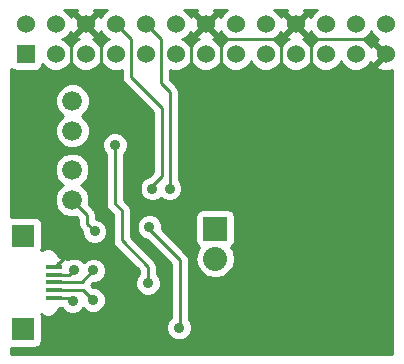
<source format=gbl>
G04 #@! TF.FileFunction,Copper,L2,Bot,Signal*
%FSLAX46Y46*%
G04 Gerber Fmt 4.6, Leading zero omitted, Abs format (unit mm)*
G04 Created by KiCad (PCBNEW 4.0.1-stable) date 7/13/2016 10:57:54 AM*
%MOMM*%
G01*
G04 APERTURE LIST*
%ADD10C,0.150000*%
%ADD11R,1.524000X1.524000*%
%ADD12C,1.524000*%
%ADD13C,1.676400*%
%ADD14R,1.350000X0.400000*%
%ADD15R,1.900000X1.900000*%
%ADD16R,2.032000X2.032000*%
%ADD17O,2.032000X2.032000*%
%ADD18C,0.889000*%
%ADD19C,0.254000*%
G04 APERTURE END LIST*
D10*
D11*
X139905000Y-77445000D03*
D12*
X139905000Y-74905000D03*
X142445000Y-77445000D03*
X142445000Y-74905000D03*
X144985000Y-77445000D03*
X144985000Y-74905000D03*
X147525000Y-77445000D03*
X147525000Y-74905000D03*
X150065000Y-77445000D03*
X150065000Y-74905000D03*
X152605000Y-77445000D03*
X152605000Y-74905000D03*
X155145000Y-77445000D03*
X155145000Y-74905000D03*
X157685000Y-77445000D03*
X157685000Y-74905000D03*
X160225000Y-77445000D03*
X160225000Y-74905000D03*
X162765000Y-77445000D03*
X162765000Y-74905000D03*
X165305000Y-77445000D03*
X165305000Y-74905000D03*
X167845000Y-77445000D03*
X167845000Y-74905000D03*
X170385000Y-77445000D03*
X170385000Y-74905000D03*
D13*
X143842000Y-87224000D03*
X143842000Y-89764000D03*
X143880000Y-81380000D03*
X143880000Y-83920000D03*
D14*
X142330000Y-98040000D03*
X142330000Y-97390000D03*
X142330000Y-96740000D03*
X142330000Y-96090000D03*
X142330000Y-95440000D03*
D15*
X139705000Y-100690000D03*
X139705000Y-92790000D03*
D16*
X155956000Y-92202000D03*
D17*
X155956000Y-94742000D03*
D18*
X150382500Y-92050000D03*
X152908000Y-100584000D03*
X143890000Y-98340000D03*
X145620000Y-98240000D03*
X145650000Y-95740000D03*
X148858500Y-97257000D03*
X143334000Y-102337000D03*
X147652000Y-95860000D03*
X143840000Y-92600000D03*
X141790000Y-91960000D03*
X150636500Y-88811500D03*
X150255500Y-96812500D03*
X147460000Y-85100000D03*
X145747000Y-92431000D03*
X152097000Y-88811500D03*
X143980000Y-95720000D03*
D19*
X150382500Y-92240500D02*
X152986000Y-94844000D01*
X150382500Y-92050000D02*
X150382500Y-92240500D01*
X152908000Y-100584000D02*
X152986000Y-100506000D01*
X152986000Y-100506000D02*
X152986000Y-94844000D01*
X143590000Y-98040000D02*
X143890000Y-98340000D01*
X142330000Y-98040000D02*
X143590000Y-98040000D01*
X145620000Y-98240000D02*
X144770000Y-97390000D01*
X144770000Y-97390000D02*
X142330000Y-97390000D01*
X144650000Y-96740000D02*
X145650000Y-95740000D01*
X142330000Y-96740000D02*
X144650000Y-96740000D01*
X161495000Y-76175000D02*
X156415000Y-76175000D01*
X169242000Y-76175000D02*
X164035000Y-76175000D01*
X146255000Y-78207000D02*
X146255000Y-76175000D01*
X146255000Y-76175000D02*
X144985000Y-74905000D01*
X164035000Y-78334000D02*
X164035000Y-76175000D01*
X164035000Y-76175000D02*
X162765000Y-74905000D01*
X156415000Y-78334000D02*
X156415000Y-76175000D01*
X156415000Y-76175000D02*
X155145000Y-74905000D01*
X143715000Y-78080000D02*
X143715000Y-76175000D01*
X143715000Y-76175000D02*
X144985000Y-74905000D01*
X161495000Y-78461000D02*
X161495000Y-76175000D01*
X161495000Y-76175000D02*
X162765000Y-74905000D01*
X153875000Y-78207000D02*
X153875000Y-76175000D01*
X153875000Y-76175000D02*
X155145000Y-74905000D01*
X143840000Y-93970000D02*
X143840000Y-92600000D01*
X142700000Y-95110000D02*
X143840000Y-93970000D01*
X142690000Y-95110000D02*
X142700000Y-95110000D01*
X142360000Y-95440000D02*
X142690000Y-95110000D01*
X142330000Y-95440000D02*
X142360000Y-95440000D01*
X150636500Y-88811500D02*
X150636500Y-88557500D01*
X148795000Y-76175000D02*
X147525000Y-74905000D01*
X148795000Y-79350000D02*
X148795000Y-76175000D01*
X151462000Y-82017000D02*
X148795000Y-79350000D01*
X151462000Y-87732000D02*
X151462000Y-82017000D01*
X150636500Y-88557500D02*
X151462000Y-87732000D01*
X147461500Y-87680000D02*
X147461500Y-90081500D01*
X150255500Y-95415500D02*
X150255500Y-96812500D01*
X148033000Y-93193000D02*
X150255500Y-95415500D01*
X148033000Y-90653000D02*
X148033000Y-93193000D01*
X147461500Y-90081500D02*
X148033000Y-90653000D01*
X147461500Y-85101500D02*
X147460000Y-85100000D01*
X147461500Y-87680000D02*
X147461500Y-85101500D01*
X145112000Y-91796000D02*
X145112000Y-91034000D01*
X145747000Y-92431000D02*
X145112000Y-91796000D01*
X145112000Y-91034000D02*
X143842000Y-89764000D01*
X150065000Y-74905000D02*
X150089000Y-74905000D01*
X150089000Y-74905000D02*
X151335000Y-76151000D01*
X151335000Y-76151000D02*
X151335000Y-79858000D01*
X151335000Y-79858000D02*
X152097000Y-80620000D01*
X152097000Y-80620000D02*
X152097000Y-88811500D01*
X143610000Y-96090000D02*
X143980000Y-95720000D01*
X142330000Y-96090000D02*
X143610000Y-96090000D01*
G36*
X169199990Y-75695303D02*
X169592630Y-76088629D01*
X169784727Y-76168395D01*
X169653857Y-76222603D01*
X169584392Y-76464787D01*
X170385000Y-77265395D01*
X170399143Y-77251253D01*
X170578748Y-77430858D01*
X170564605Y-77445000D01*
X170578748Y-77459143D01*
X170399143Y-77638748D01*
X170385000Y-77624605D01*
X169584392Y-78425213D01*
X169653857Y-78667397D01*
X170177302Y-78854144D01*
X170732368Y-78826362D01*
X170970000Y-78727931D01*
X170970000Y-102795000D01*
X138685000Y-102795000D01*
X138685000Y-102273265D01*
X138755000Y-102287440D01*
X140655000Y-102287440D01*
X140890317Y-102243162D01*
X141106441Y-102104090D01*
X141251431Y-101891890D01*
X141302440Y-101640000D01*
X141302440Y-99740000D01*
X141258162Y-99504683D01*
X141213952Y-99435979D01*
X141288853Y-99511011D01*
X141623196Y-99649842D01*
X141985216Y-99650158D01*
X142319800Y-99511910D01*
X142576011Y-99256147D01*
X142714842Y-98921804D01*
X142714872Y-98887440D01*
X142948177Y-98887440D01*
X142974311Y-98950689D01*
X143277714Y-99254622D01*
X143674332Y-99419313D01*
X144103784Y-99419687D01*
X144500689Y-99255689D01*
X144804622Y-98952286D01*
X144804948Y-98951502D01*
X145007714Y-99154622D01*
X145404332Y-99319313D01*
X145833784Y-99319687D01*
X146230689Y-99155689D01*
X146534622Y-98852286D01*
X146699313Y-98455668D01*
X146699687Y-98026216D01*
X146535689Y-97629311D01*
X146232286Y-97325378D01*
X145835668Y-97160687D01*
X145618128Y-97160498D01*
X145462630Y-97005000D01*
X145648131Y-96819499D01*
X145863784Y-96819687D01*
X146260689Y-96655689D01*
X146564622Y-96352286D01*
X146729313Y-95955668D01*
X146729687Y-95526216D01*
X146565689Y-95129311D01*
X146262286Y-94825378D01*
X145865668Y-94660687D01*
X145436216Y-94660313D01*
X145039311Y-94824311D01*
X144824875Y-95038373D01*
X144592286Y-94805378D01*
X144195668Y-94640687D01*
X143766216Y-94640313D01*
X143438676Y-94775650D01*
X143364699Y-94701673D01*
X143131310Y-94605000D01*
X142715119Y-94605000D01*
X142715158Y-94559784D01*
X142576910Y-94225200D01*
X142321147Y-93968989D01*
X141986804Y-93830158D01*
X141624784Y-93829842D01*
X141290200Y-93968090D01*
X141219406Y-94038760D01*
X141251431Y-93991890D01*
X141302440Y-93740000D01*
X141302440Y-91840000D01*
X141258162Y-91604683D01*
X141119090Y-91388559D01*
X140906890Y-91243569D01*
X140655000Y-91192560D01*
X138755000Y-91192560D01*
X138685000Y-91205731D01*
X138685000Y-87515752D01*
X142368545Y-87515752D01*
X142592353Y-88057411D01*
X143006409Y-88472190D01*
X143058392Y-88493775D01*
X143008589Y-88514353D01*
X142593810Y-88928409D01*
X142369056Y-89469677D01*
X142368545Y-90055752D01*
X142592353Y-90597411D01*
X143006409Y-91012190D01*
X143547677Y-91236944D01*
X144133752Y-91237455D01*
X144207396Y-91207026D01*
X144350000Y-91349631D01*
X144350000Y-91796000D01*
X144408004Y-92087605D01*
X144526982Y-92265668D01*
X144573185Y-92334815D01*
X144667501Y-92429131D01*
X144667313Y-92644784D01*
X144831311Y-93041689D01*
X145134714Y-93345622D01*
X145531332Y-93510313D01*
X145960784Y-93510687D01*
X146357689Y-93346689D01*
X146661622Y-93043286D01*
X146826313Y-92646668D01*
X146826687Y-92217216D01*
X146662689Y-91820311D01*
X146359286Y-91516378D01*
X145962668Y-91351687D01*
X145874000Y-91351610D01*
X145874000Y-91034000D01*
X145815996Y-90742395D01*
X145756264Y-90653000D01*
X145650815Y-90495184D01*
X145285313Y-90129682D01*
X145314944Y-90058323D01*
X145315455Y-89472248D01*
X145091647Y-88930589D01*
X144677591Y-88515810D01*
X144625608Y-88494225D01*
X144675411Y-88473647D01*
X145090190Y-88059591D01*
X145314944Y-87518323D01*
X145315455Y-86932248D01*
X145091647Y-86390589D01*
X144677591Y-85975810D01*
X144136323Y-85751056D01*
X143550248Y-85750545D01*
X143008589Y-85974353D01*
X142593810Y-86388409D01*
X142369056Y-86929677D01*
X142368545Y-87515752D01*
X138685000Y-87515752D01*
X138685000Y-81671752D01*
X142406545Y-81671752D01*
X142630353Y-82213411D01*
X143044409Y-82628190D01*
X143096392Y-82649775D01*
X143046589Y-82670353D01*
X142631810Y-83084409D01*
X142407056Y-83625677D01*
X142406545Y-84211752D01*
X142630353Y-84753411D01*
X143044409Y-85168190D01*
X143585677Y-85392944D01*
X144171752Y-85393455D01*
X144364571Y-85313784D01*
X146380313Y-85313784D01*
X146544311Y-85710689D01*
X146699500Y-85866149D01*
X146699500Y-90081500D01*
X146757504Y-90373105D01*
X146839075Y-90495184D01*
X146922685Y-90620315D01*
X147271000Y-90968630D01*
X147271000Y-93193000D01*
X147329004Y-93484605D01*
X147389115Y-93574567D01*
X147494185Y-93731815D01*
X149493500Y-95731131D01*
X149493500Y-96047858D01*
X149340878Y-96200214D01*
X149176187Y-96596832D01*
X149175813Y-97026284D01*
X149339811Y-97423189D01*
X149643214Y-97727122D01*
X150039832Y-97891813D01*
X150469284Y-97892187D01*
X150866189Y-97728189D01*
X151170122Y-97424786D01*
X151334813Y-97028168D01*
X151335187Y-96598716D01*
X151171189Y-96201811D01*
X151017500Y-96047854D01*
X151017500Y-95415500D01*
X150959496Y-95123895D01*
X150823402Y-94920216D01*
X150794316Y-94876685D01*
X148795000Y-92877370D01*
X148795000Y-92263784D01*
X149302813Y-92263784D01*
X149466811Y-92660689D01*
X149770214Y-92964622D01*
X150166832Y-93129313D01*
X150193706Y-93129336D01*
X152224000Y-95159630D01*
X152224000Y-99741494D01*
X151993378Y-99971714D01*
X151828687Y-100368332D01*
X151828313Y-100797784D01*
X151992311Y-101194689D01*
X152295714Y-101498622D01*
X152692332Y-101663313D01*
X153121784Y-101663687D01*
X153518689Y-101499689D01*
X153822622Y-101196286D01*
X153987313Y-100799668D01*
X153987687Y-100370216D01*
X153823689Y-99973311D01*
X153748000Y-99897490D01*
X153748000Y-94844000D01*
X153727711Y-94742000D01*
X154272655Y-94742000D01*
X154398330Y-95373810D01*
X154756222Y-95909433D01*
X155291845Y-96267325D01*
X155923655Y-96393000D01*
X155988345Y-96393000D01*
X156620155Y-96267325D01*
X157155778Y-95909433D01*
X157513670Y-95373810D01*
X157639345Y-94742000D01*
X157513670Y-94110190D01*
X157286501Y-93770208D01*
X157423441Y-93682090D01*
X157568431Y-93469890D01*
X157619440Y-93218000D01*
X157619440Y-91186000D01*
X157575162Y-90950683D01*
X157436090Y-90734559D01*
X157223890Y-90589569D01*
X156972000Y-90538560D01*
X154940000Y-90538560D01*
X154704683Y-90582838D01*
X154488559Y-90721910D01*
X154343569Y-90934110D01*
X154292560Y-91186000D01*
X154292560Y-93218000D01*
X154336838Y-93453317D01*
X154475910Y-93669441D01*
X154624837Y-93771198D01*
X154398330Y-94110190D01*
X154272655Y-94742000D01*
X153727711Y-94742000D01*
X153689996Y-94552395D01*
X153524815Y-94305185D01*
X151461833Y-92242203D01*
X151462187Y-91836216D01*
X151298189Y-91439311D01*
X150994786Y-91135378D01*
X150598168Y-90970687D01*
X150168716Y-90970313D01*
X149771811Y-91134311D01*
X149467878Y-91437714D01*
X149303187Y-91834332D01*
X149302813Y-92263784D01*
X148795000Y-92263784D01*
X148795000Y-90653000D01*
X148736996Y-90361395D01*
X148571815Y-90114185D01*
X148223500Y-89765870D01*
X148223500Y-85863144D01*
X148374622Y-85712286D01*
X148539313Y-85315668D01*
X148539687Y-84886216D01*
X148375689Y-84489311D01*
X148072286Y-84185378D01*
X147675668Y-84020687D01*
X147246216Y-84020313D01*
X146849311Y-84184311D01*
X146545378Y-84487714D01*
X146380687Y-84884332D01*
X146380313Y-85313784D01*
X144364571Y-85313784D01*
X144713411Y-85169647D01*
X145128190Y-84755591D01*
X145352944Y-84214323D01*
X145353455Y-83628248D01*
X145129647Y-83086589D01*
X144715591Y-82671810D01*
X144663608Y-82650225D01*
X144713411Y-82629647D01*
X145128190Y-82215591D01*
X145352944Y-81674323D01*
X145353455Y-81088248D01*
X145129647Y-80546589D01*
X144715591Y-80131810D01*
X144174323Y-79907056D01*
X143588248Y-79906545D01*
X143046589Y-80130353D01*
X142631810Y-80544409D01*
X142407056Y-81085677D01*
X142406545Y-81671752D01*
X138685000Y-81671752D01*
X138685000Y-78662602D01*
X138891110Y-78803431D01*
X139143000Y-78854440D01*
X140667000Y-78854440D01*
X140902317Y-78810162D01*
X141118441Y-78671090D01*
X141263431Y-78458890D01*
X141300492Y-78275876D01*
X141652630Y-78628629D01*
X142165900Y-78841757D01*
X142721661Y-78842242D01*
X143235303Y-78630010D01*
X143628629Y-78237370D01*
X143714949Y-78029488D01*
X143799990Y-78235303D01*
X144192630Y-78628629D01*
X144705900Y-78841757D01*
X145261661Y-78842242D01*
X145775303Y-78630010D01*
X146168629Y-78237370D01*
X146254949Y-78029488D01*
X146339990Y-78235303D01*
X146732630Y-78628629D01*
X147245900Y-78841757D01*
X147801661Y-78842242D01*
X148033000Y-78746655D01*
X148033000Y-79350000D01*
X148091004Y-79641605D01*
X148235595Y-79858000D01*
X148256185Y-79888815D01*
X150700000Y-82332631D01*
X150700000Y-87416369D01*
X150357687Y-87758682D01*
X150025811Y-87895811D01*
X149721878Y-88199214D01*
X149557187Y-88595832D01*
X149556813Y-89025284D01*
X149720811Y-89422189D01*
X150024214Y-89726122D01*
X150420832Y-89890813D01*
X150850284Y-89891187D01*
X151247189Y-89727189D01*
X151366692Y-89607894D01*
X151484714Y-89726122D01*
X151881332Y-89890813D01*
X152310784Y-89891187D01*
X152707689Y-89727189D01*
X153011622Y-89423786D01*
X153176313Y-89027168D01*
X153176687Y-88597716D01*
X153012689Y-88200811D01*
X152859000Y-88046854D01*
X152859000Y-80620000D01*
X152800996Y-80328395D01*
X152681532Y-80149605D01*
X152635816Y-80081185D01*
X152097000Y-79542370D01*
X152097000Y-78746710D01*
X152325900Y-78841757D01*
X152881661Y-78842242D01*
X153395303Y-78630010D01*
X153788629Y-78237370D01*
X153874949Y-78029488D01*
X153959990Y-78235303D01*
X154352630Y-78628629D01*
X154865900Y-78841757D01*
X155421661Y-78842242D01*
X155935303Y-78630010D01*
X156328629Y-78237370D01*
X156414949Y-78029488D01*
X156499990Y-78235303D01*
X156892630Y-78628629D01*
X157405900Y-78841757D01*
X157961661Y-78842242D01*
X158475303Y-78630010D01*
X158868629Y-78237370D01*
X158954949Y-78029488D01*
X159039990Y-78235303D01*
X159432630Y-78628629D01*
X159945900Y-78841757D01*
X160501661Y-78842242D01*
X161015303Y-78630010D01*
X161408629Y-78237370D01*
X161494949Y-78029488D01*
X161579990Y-78235303D01*
X161972630Y-78628629D01*
X162485900Y-78841757D01*
X163041661Y-78842242D01*
X163555303Y-78630010D01*
X163948629Y-78237370D01*
X164034949Y-78029488D01*
X164119990Y-78235303D01*
X164512630Y-78628629D01*
X165025900Y-78841757D01*
X165581661Y-78842242D01*
X166095303Y-78630010D01*
X166488629Y-78237370D01*
X166574949Y-78029488D01*
X166659990Y-78235303D01*
X167052630Y-78628629D01*
X167565900Y-78841757D01*
X168121661Y-78842242D01*
X168635303Y-78630010D01*
X169028629Y-78237370D01*
X169108395Y-78045273D01*
X169162603Y-78176143D01*
X169404787Y-78245608D01*
X170205395Y-77445000D01*
X169404787Y-76644392D01*
X169162603Y-76713857D01*
X169112491Y-76854318D01*
X169030010Y-76654697D01*
X168637370Y-76261371D01*
X168429488Y-76175051D01*
X168635303Y-76090010D01*
X169028629Y-75697370D01*
X169114949Y-75489488D01*
X169199990Y-75695303D01*
X169199990Y-75695303D01*
G37*
X169199990Y-75695303D02*
X169592630Y-76088629D01*
X169784727Y-76168395D01*
X169653857Y-76222603D01*
X169584392Y-76464787D01*
X170385000Y-77265395D01*
X170399143Y-77251253D01*
X170578748Y-77430858D01*
X170564605Y-77445000D01*
X170578748Y-77459143D01*
X170399143Y-77638748D01*
X170385000Y-77624605D01*
X169584392Y-78425213D01*
X169653857Y-78667397D01*
X170177302Y-78854144D01*
X170732368Y-78826362D01*
X170970000Y-78727931D01*
X170970000Y-102795000D01*
X138685000Y-102795000D01*
X138685000Y-102273265D01*
X138755000Y-102287440D01*
X140655000Y-102287440D01*
X140890317Y-102243162D01*
X141106441Y-102104090D01*
X141251431Y-101891890D01*
X141302440Y-101640000D01*
X141302440Y-99740000D01*
X141258162Y-99504683D01*
X141213952Y-99435979D01*
X141288853Y-99511011D01*
X141623196Y-99649842D01*
X141985216Y-99650158D01*
X142319800Y-99511910D01*
X142576011Y-99256147D01*
X142714842Y-98921804D01*
X142714872Y-98887440D01*
X142948177Y-98887440D01*
X142974311Y-98950689D01*
X143277714Y-99254622D01*
X143674332Y-99419313D01*
X144103784Y-99419687D01*
X144500689Y-99255689D01*
X144804622Y-98952286D01*
X144804948Y-98951502D01*
X145007714Y-99154622D01*
X145404332Y-99319313D01*
X145833784Y-99319687D01*
X146230689Y-99155689D01*
X146534622Y-98852286D01*
X146699313Y-98455668D01*
X146699687Y-98026216D01*
X146535689Y-97629311D01*
X146232286Y-97325378D01*
X145835668Y-97160687D01*
X145618128Y-97160498D01*
X145462630Y-97005000D01*
X145648131Y-96819499D01*
X145863784Y-96819687D01*
X146260689Y-96655689D01*
X146564622Y-96352286D01*
X146729313Y-95955668D01*
X146729687Y-95526216D01*
X146565689Y-95129311D01*
X146262286Y-94825378D01*
X145865668Y-94660687D01*
X145436216Y-94660313D01*
X145039311Y-94824311D01*
X144824875Y-95038373D01*
X144592286Y-94805378D01*
X144195668Y-94640687D01*
X143766216Y-94640313D01*
X143438676Y-94775650D01*
X143364699Y-94701673D01*
X143131310Y-94605000D01*
X142715119Y-94605000D01*
X142715158Y-94559784D01*
X142576910Y-94225200D01*
X142321147Y-93968989D01*
X141986804Y-93830158D01*
X141624784Y-93829842D01*
X141290200Y-93968090D01*
X141219406Y-94038760D01*
X141251431Y-93991890D01*
X141302440Y-93740000D01*
X141302440Y-91840000D01*
X141258162Y-91604683D01*
X141119090Y-91388559D01*
X140906890Y-91243569D01*
X140655000Y-91192560D01*
X138755000Y-91192560D01*
X138685000Y-91205731D01*
X138685000Y-87515752D01*
X142368545Y-87515752D01*
X142592353Y-88057411D01*
X143006409Y-88472190D01*
X143058392Y-88493775D01*
X143008589Y-88514353D01*
X142593810Y-88928409D01*
X142369056Y-89469677D01*
X142368545Y-90055752D01*
X142592353Y-90597411D01*
X143006409Y-91012190D01*
X143547677Y-91236944D01*
X144133752Y-91237455D01*
X144207396Y-91207026D01*
X144350000Y-91349631D01*
X144350000Y-91796000D01*
X144408004Y-92087605D01*
X144526982Y-92265668D01*
X144573185Y-92334815D01*
X144667501Y-92429131D01*
X144667313Y-92644784D01*
X144831311Y-93041689D01*
X145134714Y-93345622D01*
X145531332Y-93510313D01*
X145960784Y-93510687D01*
X146357689Y-93346689D01*
X146661622Y-93043286D01*
X146826313Y-92646668D01*
X146826687Y-92217216D01*
X146662689Y-91820311D01*
X146359286Y-91516378D01*
X145962668Y-91351687D01*
X145874000Y-91351610D01*
X145874000Y-91034000D01*
X145815996Y-90742395D01*
X145756264Y-90653000D01*
X145650815Y-90495184D01*
X145285313Y-90129682D01*
X145314944Y-90058323D01*
X145315455Y-89472248D01*
X145091647Y-88930589D01*
X144677591Y-88515810D01*
X144625608Y-88494225D01*
X144675411Y-88473647D01*
X145090190Y-88059591D01*
X145314944Y-87518323D01*
X145315455Y-86932248D01*
X145091647Y-86390589D01*
X144677591Y-85975810D01*
X144136323Y-85751056D01*
X143550248Y-85750545D01*
X143008589Y-85974353D01*
X142593810Y-86388409D01*
X142369056Y-86929677D01*
X142368545Y-87515752D01*
X138685000Y-87515752D01*
X138685000Y-81671752D01*
X142406545Y-81671752D01*
X142630353Y-82213411D01*
X143044409Y-82628190D01*
X143096392Y-82649775D01*
X143046589Y-82670353D01*
X142631810Y-83084409D01*
X142407056Y-83625677D01*
X142406545Y-84211752D01*
X142630353Y-84753411D01*
X143044409Y-85168190D01*
X143585677Y-85392944D01*
X144171752Y-85393455D01*
X144364571Y-85313784D01*
X146380313Y-85313784D01*
X146544311Y-85710689D01*
X146699500Y-85866149D01*
X146699500Y-90081500D01*
X146757504Y-90373105D01*
X146839075Y-90495184D01*
X146922685Y-90620315D01*
X147271000Y-90968630D01*
X147271000Y-93193000D01*
X147329004Y-93484605D01*
X147389115Y-93574567D01*
X147494185Y-93731815D01*
X149493500Y-95731131D01*
X149493500Y-96047858D01*
X149340878Y-96200214D01*
X149176187Y-96596832D01*
X149175813Y-97026284D01*
X149339811Y-97423189D01*
X149643214Y-97727122D01*
X150039832Y-97891813D01*
X150469284Y-97892187D01*
X150866189Y-97728189D01*
X151170122Y-97424786D01*
X151334813Y-97028168D01*
X151335187Y-96598716D01*
X151171189Y-96201811D01*
X151017500Y-96047854D01*
X151017500Y-95415500D01*
X150959496Y-95123895D01*
X150823402Y-94920216D01*
X150794316Y-94876685D01*
X148795000Y-92877370D01*
X148795000Y-92263784D01*
X149302813Y-92263784D01*
X149466811Y-92660689D01*
X149770214Y-92964622D01*
X150166832Y-93129313D01*
X150193706Y-93129336D01*
X152224000Y-95159630D01*
X152224000Y-99741494D01*
X151993378Y-99971714D01*
X151828687Y-100368332D01*
X151828313Y-100797784D01*
X151992311Y-101194689D01*
X152295714Y-101498622D01*
X152692332Y-101663313D01*
X153121784Y-101663687D01*
X153518689Y-101499689D01*
X153822622Y-101196286D01*
X153987313Y-100799668D01*
X153987687Y-100370216D01*
X153823689Y-99973311D01*
X153748000Y-99897490D01*
X153748000Y-94844000D01*
X153727711Y-94742000D01*
X154272655Y-94742000D01*
X154398330Y-95373810D01*
X154756222Y-95909433D01*
X155291845Y-96267325D01*
X155923655Y-96393000D01*
X155988345Y-96393000D01*
X156620155Y-96267325D01*
X157155778Y-95909433D01*
X157513670Y-95373810D01*
X157639345Y-94742000D01*
X157513670Y-94110190D01*
X157286501Y-93770208D01*
X157423441Y-93682090D01*
X157568431Y-93469890D01*
X157619440Y-93218000D01*
X157619440Y-91186000D01*
X157575162Y-90950683D01*
X157436090Y-90734559D01*
X157223890Y-90589569D01*
X156972000Y-90538560D01*
X154940000Y-90538560D01*
X154704683Y-90582838D01*
X154488559Y-90721910D01*
X154343569Y-90934110D01*
X154292560Y-91186000D01*
X154292560Y-93218000D01*
X154336838Y-93453317D01*
X154475910Y-93669441D01*
X154624837Y-93771198D01*
X154398330Y-94110190D01*
X154272655Y-94742000D01*
X153727711Y-94742000D01*
X153689996Y-94552395D01*
X153524815Y-94305185D01*
X151461833Y-92242203D01*
X151462187Y-91836216D01*
X151298189Y-91439311D01*
X150994786Y-91135378D01*
X150598168Y-90970687D01*
X150168716Y-90970313D01*
X149771811Y-91134311D01*
X149467878Y-91437714D01*
X149303187Y-91834332D01*
X149302813Y-92263784D01*
X148795000Y-92263784D01*
X148795000Y-90653000D01*
X148736996Y-90361395D01*
X148571815Y-90114185D01*
X148223500Y-89765870D01*
X148223500Y-85863144D01*
X148374622Y-85712286D01*
X148539313Y-85315668D01*
X148539687Y-84886216D01*
X148375689Y-84489311D01*
X148072286Y-84185378D01*
X147675668Y-84020687D01*
X147246216Y-84020313D01*
X146849311Y-84184311D01*
X146545378Y-84487714D01*
X146380687Y-84884332D01*
X146380313Y-85313784D01*
X144364571Y-85313784D01*
X144713411Y-85169647D01*
X145128190Y-84755591D01*
X145352944Y-84214323D01*
X145353455Y-83628248D01*
X145129647Y-83086589D01*
X144715591Y-82671810D01*
X144663608Y-82650225D01*
X144713411Y-82629647D01*
X145128190Y-82215591D01*
X145352944Y-81674323D01*
X145353455Y-81088248D01*
X145129647Y-80546589D01*
X144715591Y-80131810D01*
X144174323Y-79907056D01*
X143588248Y-79906545D01*
X143046589Y-80130353D01*
X142631810Y-80544409D01*
X142407056Y-81085677D01*
X142406545Y-81671752D01*
X138685000Y-81671752D01*
X138685000Y-78662602D01*
X138891110Y-78803431D01*
X139143000Y-78854440D01*
X140667000Y-78854440D01*
X140902317Y-78810162D01*
X141118441Y-78671090D01*
X141263431Y-78458890D01*
X141300492Y-78275876D01*
X141652630Y-78628629D01*
X142165900Y-78841757D01*
X142721661Y-78842242D01*
X143235303Y-78630010D01*
X143628629Y-78237370D01*
X143714949Y-78029488D01*
X143799990Y-78235303D01*
X144192630Y-78628629D01*
X144705900Y-78841757D01*
X145261661Y-78842242D01*
X145775303Y-78630010D01*
X146168629Y-78237370D01*
X146254949Y-78029488D01*
X146339990Y-78235303D01*
X146732630Y-78628629D01*
X147245900Y-78841757D01*
X147801661Y-78842242D01*
X148033000Y-78746655D01*
X148033000Y-79350000D01*
X148091004Y-79641605D01*
X148235595Y-79858000D01*
X148256185Y-79888815D01*
X150700000Y-82332631D01*
X150700000Y-87416369D01*
X150357687Y-87758682D01*
X150025811Y-87895811D01*
X149721878Y-88199214D01*
X149557187Y-88595832D01*
X149556813Y-89025284D01*
X149720811Y-89422189D01*
X150024214Y-89726122D01*
X150420832Y-89890813D01*
X150850284Y-89891187D01*
X151247189Y-89727189D01*
X151366692Y-89607894D01*
X151484714Y-89726122D01*
X151881332Y-89890813D01*
X152310784Y-89891187D01*
X152707689Y-89727189D01*
X153011622Y-89423786D01*
X153176313Y-89027168D01*
X153176687Y-88597716D01*
X153012689Y-88200811D01*
X152859000Y-88046854D01*
X152859000Y-80620000D01*
X152800996Y-80328395D01*
X152681532Y-80149605D01*
X152635816Y-80081185D01*
X152097000Y-79542370D01*
X152097000Y-78746710D01*
X152325900Y-78841757D01*
X152881661Y-78842242D01*
X153395303Y-78630010D01*
X153788629Y-78237370D01*
X153874949Y-78029488D01*
X153959990Y-78235303D01*
X154352630Y-78628629D01*
X154865900Y-78841757D01*
X155421661Y-78842242D01*
X155935303Y-78630010D01*
X156328629Y-78237370D01*
X156414949Y-78029488D01*
X156499990Y-78235303D01*
X156892630Y-78628629D01*
X157405900Y-78841757D01*
X157961661Y-78842242D01*
X158475303Y-78630010D01*
X158868629Y-78237370D01*
X158954949Y-78029488D01*
X159039990Y-78235303D01*
X159432630Y-78628629D01*
X159945900Y-78841757D01*
X160501661Y-78842242D01*
X161015303Y-78630010D01*
X161408629Y-78237370D01*
X161494949Y-78029488D01*
X161579990Y-78235303D01*
X161972630Y-78628629D01*
X162485900Y-78841757D01*
X163041661Y-78842242D01*
X163555303Y-78630010D01*
X163948629Y-78237370D01*
X164034949Y-78029488D01*
X164119990Y-78235303D01*
X164512630Y-78628629D01*
X165025900Y-78841757D01*
X165581661Y-78842242D01*
X166095303Y-78630010D01*
X166488629Y-78237370D01*
X166574949Y-78029488D01*
X166659990Y-78235303D01*
X167052630Y-78628629D01*
X167565900Y-78841757D01*
X168121661Y-78842242D01*
X168635303Y-78630010D01*
X169028629Y-78237370D01*
X169108395Y-78045273D01*
X169162603Y-78176143D01*
X169404787Y-78245608D01*
X170205395Y-77445000D01*
X169404787Y-76644392D01*
X169162603Y-76713857D01*
X169112491Y-76854318D01*
X169030010Y-76654697D01*
X168637370Y-76261371D01*
X168429488Y-76175051D01*
X168635303Y-76090010D01*
X169028629Y-75697370D01*
X169114949Y-75489488D01*
X169199990Y-75695303D01*
G36*
X150258748Y-77430858D02*
X150244605Y-77445000D01*
X150258748Y-77459143D01*
X150079143Y-77638748D01*
X150065000Y-77624605D01*
X150050858Y-77638748D01*
X149871253Y-77459143D01*
X149885395Y-77445000D01*
X149871253Y-77430858D01*
X150050858Y-77251253D01*
X150065000Y-77265395D01*
X150079143Y-77251253D01*
X150258748Y-77430858D01*
X150258748Y-77430858D01*
G37*
X150258748Y-77430858D02*
X150244605Y-77445000D01*
X150258748Y-77459143D01*
X150079143Y-77638748D01*
X150065000Y-77624605D01*
X150050858Y-77638748D01*
X149871253Y-77459143D01*
X149885395Y-77445000D01*
X149871253Y-77430858D01*
X150050858Y-77251253D01*
X150065000Y-77265395D01*
X150079143Y-77251253D01*
X150258748Y-77430858D01*
G36*
X161964392Y-73924787D02*
X162765000Y-74725395D01*
X163565608Y-73924787D01*
X163496831Y-73685000D01*
X164599379Y-73685000D01*
X164514697Y-73719990D01*
X164121371Y-74112630D01*
X164041605Y-74304727D01*
X163987397Y-74173857D01*
X163745213Y-74104392D01*
X162944605Y-74905000D01*
X163745213Y-75705608D01*
X163987397Y-75636143D01*
X164037509Y-75495682D01*
X164119990Y-75695303D01*
X164512630Y-76088629D01*
X164720512Y-76174949D01*
X164514697Y-76259990D01*
X164121371Y-76652630D01*
X164035051Y-76860512D01*
X163950010Y-76654697D01*
X163557370Y-76261371D01*
X163365273Y-76181605D01*
X163496143Y-76127397D01*
X163565608Y-75885213D01*
X162765000Y-75084605D01*
X161964392Y-75885213D01*
X162033857Y-76127397D01*
X162174318Y-76177509D01*
X161974697Y-76259990D01*
X161581371Y-76652630D01*
X161495051Y-76860512D01*
X161410010Y-76654697D01*
X161017370Y-76261371D01*
X160809488Y-76175051D01*
X161015303Y-76090010D01*
X161408629Y-75697370D01*
X161488395Y-75505273D01*
X161542603Y-75636143D01*
X161784787Y-75705608D01*
X162585395Y-74905000D01*
X161784787Y-74104392D01*
X161542603Y-74173857D01*
X161492491Y-74314318D01*
X161410010Y-74114697D01*
X161017370Y-73721371D01*
X160929779Y-73685000D01*
X162033169Y-73685000D01*
X161964392Y-73924787D01*
X161964392Y-73924787D01*
G37*
X161964392Y-73924787D02*
X162765000Y-74725395D01*
X163565608Y-73924787D01*
X163496831Y-73685000D01*
X164599379Y-73685000D01*
X164514697Y-73719990D01*
X164121371Y-74112630D01*
X164041605Y-74304727D01*
X163987397Y-74173857D01*
X163745213Y-74104392D01*
X162944605Y-74905000D01*
X163745213Y-75705608D01*
X163987397Y-75636143D01*
X164037509Y-75495682D01*
X164119990Y-75695303D01*
X164512630Y-76088629D01*
X164720512Y-76174949D01*
X164514697Y-76259990D01*
X164121371Y-76652630D01*
X164035051Y-76860512D01*
X163950010Y-76654697D01*
X163557370Y-76261371D01*
X163365273Y-76181605D01*
X163496143Y-76127397D01*
X163565608Y-75885213D01*
X162765000Y-75084605D01*
X161964392Y-75885213D01*
X162033857Y-76127397D01*
X162174318Y-76177509D01*
X161974697Y-76259990D01*
X161581371Y-76652630D01*
X161495051Y-76860512D01*
X161410010Y-76654697D01*
X161017370Y-76261371D01*
X160809488Y-76175051D01*
X161015303Y-76090010D01*
X161408629Y-75697370D01*
X161488395Y-75505273D01*
X161542603Y-75636143D01*
X161784787Y-75705608D01*
X162585395Y-74905000D01*
X161784787Y-74104392D01*
X161542603Y-74173857D01*
X161492491Y-74314318D01*
X161410010Y-74114697D01*
X161017370Y-73721371D01*
X160929779Y-73685000D01*
X162033169Y-73685000D01*
X161964392Y-73924787D01*
G36*
X154344392Y-73924787D02*
X155145000Y-74725395D01*
X155945608Y-73924787D01*
X155876831Y-73685000D01*
X156979379Y-73685000D01*
X156894697Y-73719990D01*
X156501371Y-74112630D01*
X156421605Y-74304727D01*
X156367397Y-74173857D01*
X156125213Y-74104392D01*
X155324605Y-74905000D01*
X156125213Y-75705608D01*
X156367397Y-75636143D01*
X156417509Y-75495682D01*
X156499990Y-75695303D01*
X156892630Y-76088629D01*
X157100512Y-76174949D01*
X156894697Y-76259990D01*
X156501371Y-76652630D01*
X156415051Y-76860512D01*
X156330010Y-76654697D01*
X155937370Y-76261371D01*
X155745273Y-76181605D01*
X155876143Y-76127397D01*
X155945608Y-75885213D01*
X155145000Y-75084605D01*
X154344392Y-75885213D01*
X154413857Y-76127397D01*
X154554318Y-76177509D01*
X154354697Y-76259990D01*
X153961371Y-76652630D01*
X153875051Y-76860512D01*
X153790010Y-76654697D01*
X153397370Y-76261371D01*
X153189488Y-76175051D01*
X153395303Y-76090010D01*
X153788629Y-75697370D01*
X153868395Y-75505273D01*
X153922603Y-75636143D01*
X154164787Y-75705608D01*
X154965395Y-74905000D01*
X154164787Y-74104392D01*
X153922603Y-74173857D01*
X153872491Y-74314318D01*
X153790010Y-74114697D01*
X153397370Y-73721371D01*
X153309779Y-73685000D01*
X154413169Y-73685000D01*
X154344392Y-73924787D01*
X154344392Y-73924787D01*
G37*
X154344392Y-73924787D02*
X155145000Y-74725395D01*
X155945608Y-73924787D01*
X155876831Y-73685000D01*
X156979379Y-73685000D01*
X156894697Y-73719990D01*
X156501371Y-74112630D01*
X156421605Y-74304727D01*
X156367397Y-74173857D01*
X156125213Y-74104392D01*
X155324605Y-74905000D01*
X156125213Y-75705608D01*
X156367397Y-75636143D01*
X156417509Y-75495682D01*
X156499990Y-75695303D01*
X156892630Y-76088629D01*
X157100512Y-76174949D01*
X156894697Y-76259990D01*
X156501371Y-76652630D01*
X156415051Y-76860512D01*
X156330010Y-76654697D01*
X155937370Y-76261371D01*
X155745273Y-76181605D01*
X155876143Y-76127397D01*
X155945608Y-75885213D01*
X155145000Y-75084605D01*
X154344392Y-75885213D01*
X154413857Y-76127397D01*
X154554318Y-76177509D01*
X154354697Y-76259990D01*
X153961371Y-76652630D01*
X153875051Y-76860512D01*
X153790010Y-76654697D01*
X153397370Y-76261371D01*
X153189488Y-76175051D01*
X153395303Y-76090010D01*
X153788629Y-75697370D01*
X153868395Y-75505273D01*
X153922603Y-75636143D01*
X154164787Y-75705608D01*
X154965395Y-74905000D01*
X154164787Y-74104392D01*
X153922603Y-74173857D01*
X153872491Y-74314318D01*
X153790010Y-74114697D01*
X153397370Y-73721371D01*
X153309779Y-73685000D01*
X154413169Y-73685000D01*
X154344392Y-73924787D01*
G36*
X144184392Y-73924787D02*
X144985000Y-74725395D01*
X145785608Y-73924787D01*
X145716831Y-73685000D01*
X146819379Y-73685000D01*
X146734697Y-73719990D01*
X146341371Y-74112630D01*
X146261605Y-74304727D01*
X146207397Y-74173857D01*
X145965213Y-74104392D01*
X145164605Y-74905000D01*
X145965213Y-75705608D01*
X146207397Y-75636143D01*
X146257509Y-75495682D01*
X146339990Y-75695303D01*
X146732630Y-76088629D01*
X146940512Y-76174949D01*
X146734697Y-76259990D01*
X146341371Y-76652630D01*
X146255051Y-76860512D01*
X146170010Y-76654697D01*
X145777370Y-76261371D01*
X145585273Y-76181605D01*
X145716143Y-76127397D01*
X145785608Y-75885213D01*
X144985000Y-75084605D01*
X144184392Y-75885213D01*
X144253857Y-76127397D01*
X144394318Y-76177509D01*
X144194697Y-76259990D01*
X143801371Y-76652630D01*
X143715051Y-76860512D01*
X143630010Y-76654697D01*
X143237370Y-76261371D01*
X143029488Y-76175051D01*
X143235303Y-76090010D01*
X143628629Y-75697370D01*
X143708395Y-75505273D01*
X143762603Y-75636143D01*
X144004787Y-75705608D01*
X144805395Y-74905000D01*
X144004787Y-74104392D01*
X143762603Y-74173857D01*
X143712491Y-74314318D01*
X143630010Y-74114697D01*
X143237370Y-73721371D01*
X143149779Y-73685000D01*
X144253169Y-73685000D01*
X144184392Y-73924787D01*
X144184392Y-73924787D01*
G37*
X144184392Y-73924787D02*
X144985000Y-74725395D01*
X145785608Y-73924787D01*
X145716831Y-73685000D01*
X146819379Y-73685000D01*
X146734697Y-73719990D01*
X146341371Y-74112630D01*
X146261605Y-74304727D01*
X146207397Y-74173857D01*
X145965213Y-74104392D01*
X145164605Y-74905000D01*
X145965213Y-75705608D01*
X146207397Y-75636143D01*
X146257509Y-75495682D01*
X146339990Y-75695303D01*
X146732630Y-76088629D01*
X146940512Y-76174949D01*
X146734697Y-76259990D01*
X146341371Y-76652630D01*
X146255051Y-76860512D01*
X146170010Y-76654697D01*
X145777370Y-76261371D01*
X145585273Y-76181605D01*
X145716143Y-76127397D01*
X145785608Y-75885213D01*
X144985000Y-75084605D01*
X144184392Y-75885213D01*
X144253857Y-76127397D01*
X144394318Y-76177509D01*
X144194697Y-76259990D01*
X143801371Y-76652630D01*
X143715051Y-76860512D01*
X143630010Y-76654697D01*
X143237370Y-76261371D01*
X143029488Y-76175051D01*
X143235303Y-76090010D01*
X143628629Y-75697370D01*
X143708395Y-75505273D01*
X143762603Y-75636143D01*
X144004787Y-75705608D01*
X144805395Y-74905000D01*
X144004787Y-74104392D01*
X143762603Y-74173857D01*
X143712491Y-74314318D01*
X143630010Y-74114697D01*
X143237370Y-73721371D01*
X143149779Y-73685000D01*
X144253169Y-73685000D01*
X144184392Y-73924787D01*
M02*

</source>
